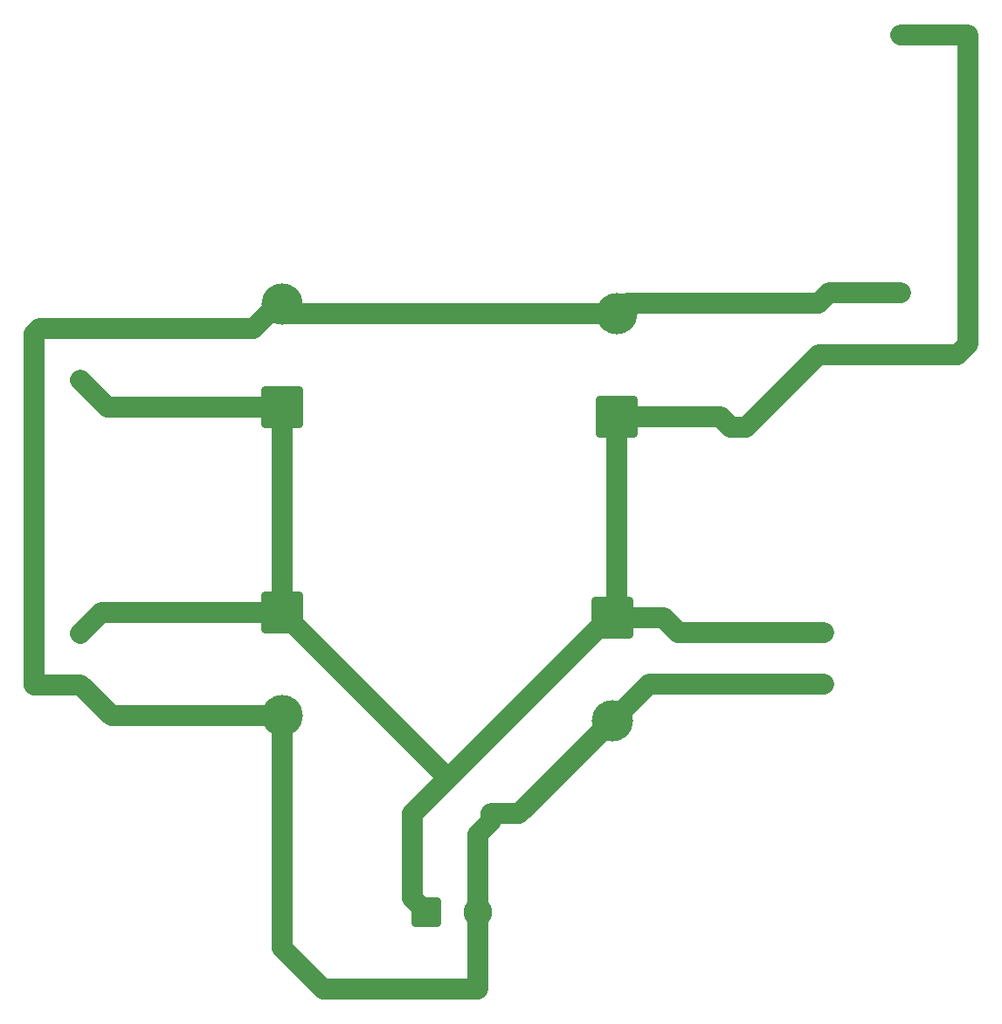
<source format=gbr>
G04 #@! TF.GenerationSoftware,KiCad,Pcbnew,9.0.5*
G04 #@! TF.CreationDate,2025-11-02T20:44:20-03:00*
G04 #@! TF.ProjectId,Fonte BDNM,466f6e74-6520-4424-944e-4d2e6b696361,rev?*
G04 #@! TF.SameCoordinates,Original*
G04 #@! TF.FileFunction,Copper,L2,Bot*
G04 #@! TF.FilePolarity,Positive*
%FSLAX46Y46*%
G04 Gerber Fmt 4.6, Leading zero omitted, Abs format (unit mm)*
G04 Created by KiCad (PCBNEW 9.0.5) date 2025-11-02 20:44:20*
%MOMM*%
%LPD*%
G01*
G04 APERTURE LIST*
G04 Aperture macros list*
%AMRoundRect*
0 Rectangle with rounded corners*
0 $1 Rounding radius*
0 $2 $3 $4 $5 $6 $7 $8 $9 X,Y pos of 4 corners*
0 Add a 4 corners polygon primitive as box body*
4,1,4,$2,$3,$4,$5,$6,$7,$8,$9,$2,$3,0*
0 Add four circle primitives for the rounded corners*
1,1,$1+$1,$2,$3*
1,1,$1+$1,$4,$5*
1,1,$1+$1,$6,$7*
1,1,$1+$1,$8,$9*
0 Add four rect primitives between the rounded corners*
20,1,$1+$1,$2,$3,$4,$5,0*
20,1,$1+$1,$4,$5,$6,$7,0*
20,1,$1+$1,$6,$7,$8,$9,0*
20,1,$1+$1,$8,$9,$2,$3,0*%
G04 Aperture macros list end*
G04 #@! TA.AperFunction,ComponentPad*
%ADD10C,1.600000*%
G04 #@! TD*
G04 #@! TA.AperFunction,ComponentPad*
%ADD11RoundRect,0.250001X-1.149999X-1.149999X1.149999X-1.149999X1.149999X1.149999X-1.149999X1.149999X0*%
G04 #@! TD*
G04 #@! TA.AperFunction,ComponentPad*
%ADD12C,2.800000*%
G04 #@! TD*
G04 #@! TA.AperFunction,ComponentPad*
%ADD13RoundRect,0.250000X-1.750000X1.750000X-1.750000X-1.750000X1.750000X-1.750000X1.750000X1.750000X0*%
G04 #@! TD*
G04 #@! TA.AperFunction,ComponentPad*
%ADD14C,4.000000*%
G04 #@! TD*
G04 #@! TA.AperFunction,ComponentPad*
%ADD15RoundRect,0.250000X1.750000X-1.750000X1.750000X1.750000X-1.750000X1.750000X-1.750000X-1.750000X0*%
G04 #@! TD*
G04 #@! TA.AperFunction,Conductor*
%ADD16C,2.000000*%
G04 #@! TD*
G04 APERTURE END LIST*
D10*
X8197315Y-49302685D03*
X8197315Y-44302685D03*
D11*
X41697315Y-100802685D03*
D12*
X46697315Y-100802685D03*
D10*
X8197315Y-73802685D03*
X8197315Y-78802685D03*
D13*
X27697315Y-71802685D03*
D14*
X27697315Y-81802685D03*
D10*
X79697315Y-46802685D03*
X79697315Y-41802685D03*
D15*
X60197315Y-52802685D03*
D14*
X60197315Y-42802685D03*
D13*
X59697315Y-72302685D03*
D14*
X59697315Y-82302685D03*
D10*
X80197315Y-73697315D03*
X80197315Y-78697315D03*
X40387315Y-91302685D03*
X48007315Y-91302685D03*
D15*
X27697315Y-51908056D03*
D14*
X27697315Y-41908056D03*
D16*
X27697315Y-81802685D02*
X27697315Y-104302685D01*
X46697315Y-93302685D02*
X46697315Y-100802685D01*
X63302685Y-78697315D02*
X59697315Y-82302685D01*
X11197315Y-81802685D02*
X8197315Y-78802685D01*
X27697315Y-81802685D02*
X11197315Y-81802685D01*
X31697315Y-108302685D02*
X46697315Y-108302685D01*
X27302686Y-41908056D02*
X24908057Y-44302685D01*
X3697315Y-44802685D02*
X3697315Y-78802685D01*
X3697315Y-78802685D02*
X8197315Y-78802685D01*
X80697315Y-40802685D02*
X79697315Y-41802685D01*
X79697315Y-41802685D02*
X61197315Y-41802685D01*
X24908057Y-44302685D02*
X8197315Y-44302685D01*
X50697315Y-91302685D02*
X48007315Y-91302685D01*
X48007315Y-91992685D02*
X46697315Y-93302685D01*
X80197315Y-78697315D02*
X63302685Y-78697315D01*
X59697315Y-82302685D02*
X50697315Y-91302685D01*
X46697315Y-108302685D02*
X46697315Y-100802685D01*
X87697315Y-40802685D02*
X80697315Y-40802685D01*
X28591944Y-42802685D02*
X27697315Y-41908056D01*
X48007315Y-91302685D02*
X48007315Y-91992685D01*
X4197315Y-44302685D02*
X3697315Y-44802685D01*
X27697315Y-104302685D02*
X31697315Y-108302685D01*
X8197315Y-44302685D02*
X4197315Y-44302685D01*
X61197315Y-41802685D02*
X60197315Y-42802685D01*
X60197315Y-42802685D02*
X28591944Y-42802685D01*
X27697315Y-41908056D02*
X27302686Y-41908056D01*
X27697315Y-51908056D02*
X10802686Y-51908056D01*
X70197315Y-52802685D02*
X60197315Y-52802685D01*
X72697315Y-53802685D02*
X71197315Y-53802685D01*
X60197315Y-52802685D02*
X60197315Y-71802685D01*
X10802686Y-51908056D02*
X8197315Y-49302685D01*
X27697315Y-51908056D02*
X27697315Y-71802685D01*
X94197315Y-15802685D02*
X94197315Y-45802685D01*
X80197315Y-73697315D02*
X66091945Y-73697315D01*
X27697315Y-71802685D02*
X10197315Y-71802685D01*
X40387315Y-99492685D02*
X41697315Y-100802685D01*
X66091945Y-73697315D02*
X64697315Y-72302685D01*
X60197315Y-71802685D02*
X59697315Y-72302685D01*
X64697315Y-72302685D02*
X59697315Y-72302685D01*
X10197315Y-71802685D02*
X8197315Y-73802685D01*
X43792315Y-87897685D02*
X40387315Y-91302685D01*
X93197315Y-46802685D02*
X79697315Y-46802685D01*
X59387315Y-72302685D02*
X43792315Y-87897685D01*
X94197315Y-45802685D02*
X93197315Y-46802685D01*
X27697315Y-71802685D02*
X43792315Y-87897685D01*
X79697315Y-46802685D02*
X72697315Y-53802685D01*
X59697315Y-72302685D02*
X59387315Y-72302685D01*
X40387315Y-91302685D02*
X40387315Y-99492685D01*
X71197315Y-53802685D02*
X70197315Y-52802685D01*
X87697315Y-15802685D02*
X94197315Y-15802685D01*
M02*

</source>
